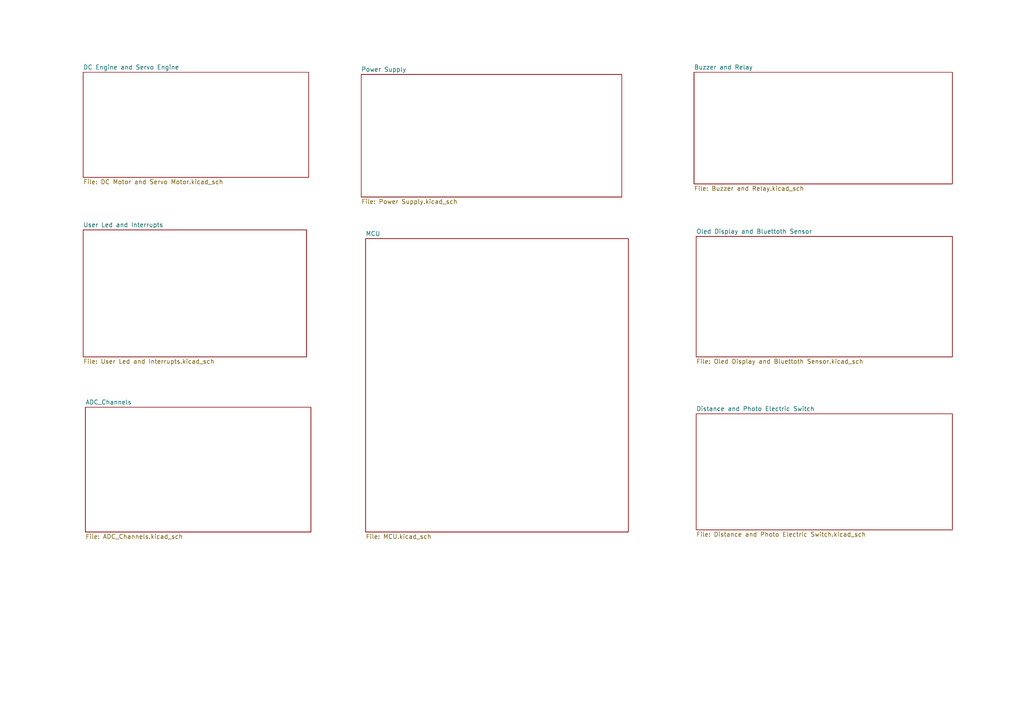
<source format=kicad_sch>
(kicad_sch (version 20230121) (generator eeschema)
  (paper "A4")
  (lib_symbols)
  (sheet (at 201.93 120.015) (size 74.295 33.655) (stroke (width 0.1524))
    (property "Sheetname" "Distance and Photo Electric Switch" (at 201.93 119.3034 0) (effects (justify left bottom)))
    (property "Sheetfile" "Distance and Photo Electric Switch.kicad_sch" (at 201.93 154.2546 0) (effects (justify left top)))
  )
  (sheet (at 106.045 69.215) (size 76.2 85.09) (stroke (width 0.1524))
    (property "Sheetname" "MCU" (at 106.045 68.5034 0) (effects (justify left bottom)))
    (property "Sheetfile" "MCU.kicad_sch" (at 106.045 154.8896 0) (effects (justify left top)))
  )
  (sheet (at 24.765 118.11) (size 65.405 36.195) (stroke (width 0.1524))
    (property "Sheetname" "ADC_Channels" (at 24.765 117.3984 0) (effects (justify left bottom)))
    (property "Sheetfile" "ADC_Channels.kicad_sch" (at 24.765 154.8896 0) (effects (justify left top)))
  )
  (sheet (at 201.295 20.955) (size 74.93 32.385) (stroke (width 0.1524))
    (property "Sheetname" "Buzzer and Relay" (at 201.295 20.2434 0) (effects (justify left bottom)))
    (property "Sheetfile" "Buzzer and Relay.kicad_sch" (at 201.295 53.9246 0) (effects (justify left top)))
  )
  (sheet (at 104.775 21.59) (size 75.565 35.56) (stroke (width 0.1524))
    (property "Sheetname" "Power Supply" (at 104.775 20.8784 0) (effects (justify left bottom)))
    (property "Sheetfile" "Power Supply.kicad_sch" (at 104.775 57.7346 0) (effects (justify left top)))
  )
  (sheet (at 201.93 68.58) (size 74.295 34.925) (stroke (width 0.1524))
    (property "Sheetname" "Oled Display and Bluettoth Sensor" (at 201.93 67.8684 0) (effects (justify left bottom)))
    (property "Sheetfile" "Oled Display and Bluettoth Sensor.kicad_sch" (at 201.93 104.0896 0) (effects (justify left top)))
  )
  (sheet (at 24.13 66.675) (size 64.77 36.83) (stroke (width 0.1524))
    (property "Sheetname" "User Led and Interrupts" (at 24.13 65.9634 0) (effects (justify left bottom)))
    (property "Sheetfile" "User Led and Interrupts.kicad_sch" (at 24.13 104.0896 0) (effects (justify left top)))
  )
  (sheet (at 24.13 20.955) (size 65.405 30.48) (stroke (width 0.1524))
    (property "Sheetname" "DC Engine and Servo Engine" (at 24.13 20.2434 0) (effects (justify left bottom)))
    (property "Sheetfile" "DC Motor and Servo Motor.kicad_sch" (at 24.13 52.0196 0) (effects (justify left top)))
  )
)
</source>
